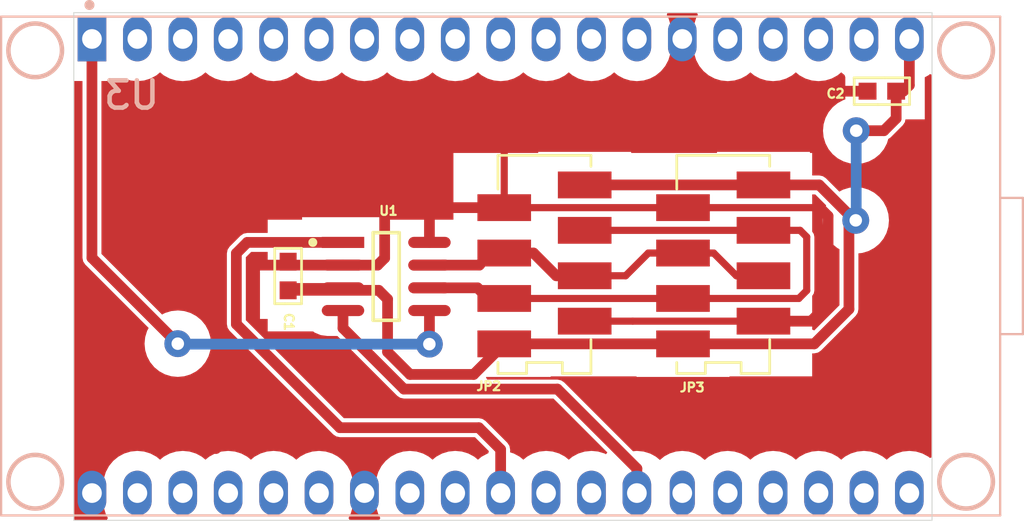
<source format=kicad_pcb>
(kicad_pcb (version 20211014) (generator pcbnew)
  (layers (0 "F.Cu" signal "Top Layer") (31 "B.Cu" signal "Bottom Layer") (34 "B.Paste" user "Bottom Paste") (35 "F.Paste" user "Top Paste") (36 "B.SilkS" user "Bottom Overlay") (37 "F.SilkS" user "Top Overlay") (38 "B.Mask" user "Bottom Solder") (39 "F.Mask" user "Top Solder") (44 "Edge.Cuts" user))
  (property "DOCUMENTNUMBER" "V0")
  (property "PAGESETUP" "Record=PageOptions¦CenterHorizontal=True¦CenterVertical=True¦PrintScale=0.91¦XCorrection=1.00¦YCorrection=1.00¦PrintKind=1¦BorderSize=5000000¦LeftOffset=0¦BottomOffset=0¦Orientation=2¦PaperLength=1000¦PaperWidth=1000¦Scale=100¦PaperSource=7¦PrintQuality=-3¦MediaType=1¦DitherType=10¦PrintScaleMode=1¦PaperKind=Letter¦PaperIndex=1")
  (property "PROJECT" "CaptCouleur")
  (property "SHEETTOTAL" "1")
  (net 0 "")
  (net 1 "+3,3")
  (net 2 "CAN_H")
  (net 3 "CAN_L")
  (net 4 "E5V")
  (net 5 "GND")
  (net 6 "RX CAN")
  (net 7 "TX CAN")
  (footprint "C:_ProgramData_Altium_Altium Designer {91CCA5E7-F8A9-4A8E-AA86-1D88F44FA42C}_VaultsFileCache_B7D15EC3-160A-466F-A46C-7801FE6295A7_FB88017A-93AF-48E0-A4ED-AC0901C9B691_Released_FP-C04-057-SN-IPC_A.PcbLib_FP-C04-057-SN-IPC_A" (layer "F.Cu") (at 141.9733 105.5624)
    (fp_text reference "U1" (at -0.4572 -3.3782 unlocked) (layer "F.SilkS") (effects (font (size 0.5 0.5)) (justify left bottom)))
    (fp_text value "MCP2562FDT-E/SN" hide)
    (fp_line (start 0.728998 2.45) (end 0.728998 -2.45) (layer "F.SilkS") (width 0.2))
    (fp_line (start -0.728998 -2.45) (end 0.728998 -2.45) (layer "F.SilkS") (width 0.2))
    (fp_line (start -0.728998 2.45) (end 0.728998 2.45) (layer "F.SilkS") (width 0.2))
    (fp_line (start -0.728998 2.45) (end -0.728998 -2.45) (layer "F.SilkS") (width 0.2))
    (fp_circle (center -4.106065 -1.905) (end -4.106065 -2.03) (layer "F.SilkS") (width 0.25) (fill none))
    (pad "1" smd rect (at -2.417531 -1.905) (size 2.377069 0.622132) (layers "F.Cu" "F.Paste" "F.Mask") (net 7 "TX CAN"))
    (pad "2" smd roundrect (at -2.417531 -0.635) (size 2.377069 0.622132) (layers "F.Cu" "F.Paste" "F.Mask") (roundrect_rratio 0.5) (net 5 "GND"))
    (pad "3" smd roundrect (at -2.417531 0.635) (size 2.377069 0.622132) (layers "F.Cu" "F.Paste" "F.Mask") (roundrect_rratio 0.5) (net 4 "E5V"))
    (pad "4" smd roundrect (at -2.417531 1.905) (size 2.377069 0.622132) (layers "F.Cu" "F.Paste" "F.Mask") (roundrect_rratio 0.5) (net 6 "RX CAN"))
    (pad "5" smd roundrect (at 2.417531 1.905) (size 2.377069 0.622132) (layers "F.Cu" "F.Paste" "F.Mask") (roundrect_rratio 0.5) (net 1 "+3,3"))
    (pad "6" smd roundrect (at 2.417531 0.635) (size 2.377069 0.622132) (layers "F.Cu" "F.Paste" "F.Mask") (roundrect_rratio 0.5) (net 3 "CAN_L"))
    (pad "7" smd roundrect (at 2.417531 -0.635) (size 2.377069 0.622132) (layers "F.Cu" "F.Paste" "F.Mask") (roundrect_rratio 0.5) (net 2 "CAN_H"))
    (pad "8" smd roundrect (at 2.417531 -1.905) (size 2.377069 0.622132) (layers "F.Cu" "F.Paste" "F.Mask") (roundrect_rratio 0.5) (net 5 "GND"))
  )
  (footprint "micromatch 8P.PcbLib:MM 8 CMS F" (layer "F.Cu") (at 148.574704 109.332608 -90)
    (fp_text reference "JP2" (at 2.655992 1.623004 unlocked) (layer "F.SilkS") (effects (font (size 0.5 0.5)) (justify left bottom)))
    (fp_text value "Micromatch 8" hide)
    (fp_line (start 1.0414 -1.25) (end 1.0414 -3.250001) (layer "F.SilkS") (width 0.1524))
    (fp_line (start 1.655001 -3.250001) (end 1.655001 -4.850001) (layer "F.SilkS") (width 0.1524))
    (fp_line (start -9.9314 -4.850001) (end -10.545 -4.850001) (layer "F.SilkS") (width 0.1524))
    (fp_line (start 1.655001 -1.25) (end 1.0414 -1.25) (layer "F.SilkS") (width 0.1524))
    (fp_line (start -10.545 0.349999) (end -10.545 -4.850001) (layer "F.SilkS") (width 0.1524))
    (fp_line (start 1.655001 -4.850001) (end -0.2286 -4.850001) (layer "F.SilkS") (width 0.1524))
    (fp_line (start 1.655001 0.349999) (end 1.655001 -1.25) (layer "F.SilkS") (width 0.1524))
    (fp_line (start 1.655001 -3.250001) (end 1.0414 -3.250001) (layer "F.SilkS") (width 0.1524))
    (fp_line (start -8.6614 0.349999) (end -10.545 0.349999) (layer "F.SilkS") (width 0.1524))
    (fp_line (start 1.655001 0.349999) (end 1.0414 0.349999) (layer "F.SilkS") (width 0.1524))
    (pad "1" smd rect (at 0 0 270) (size 1.5 3) (layers "F.Cu" "F.Paste" "F.Mask") (net 4 "E5V"))
    (pad "2" smd rect (at -1.27 -4.500001 270) (size 1.5 3) (layers "F.Cu" "F.Paste" "F.Mask") (net 5 "GND"))
    (pad "3" smd rect (at -2.54 0 270) (size 1.5 3) (layers "F.Cu" "F.Paste" "F.Mask") (net 3 "CAN_L"))
    (pad "4" smd rect (at -3.81 -4.500001 270) (size 1.5 3) (layers "F.Cu" "F.Paste" "F.Mask") (net 2 "CAN_H"))
    (pad "5" smd rect (at -5.08 0 270) (size 1.5 3) (layers "F.Cu" "F.Paste" "F.Mask") (net 2 "CAN_H"))
    (pad "6" smd rect (at -6.35 -4.500001 270) (size 1.5 3) (layers "F.Cu" "F.Paste" "F.Mask") (net 3 "CAN_L"))
    (pad "7" smd rect (at -7.62 0 270) (size 1.499997 3) (layers "F.Cu" "F.Paste" "F.Mask") (net 5 "GND"))
    (pad "8" smd rect (at -8.89 -4.500001 270) (size 1.499997 3) (layers "F.Cu" "F.Paste" "F.Mask") (net 4 "E5V"))
  )
  (footprint "Gamel_Trophy_v4re1.IntLib:0603-C" (layer "F.Cu") (at 136.4869 105.537 -90)
    (fp_text reference "C1" (at 1.999999 0.249999 -90 unlocked) (layer "F.SilkS") (effects (font (size 0.5 0.5)) (justify left bottom)))
    (fp_text value "100nF" hide)
    (fp_line (start -0.224991 0.750014) (end -1.550007 0.750014) (layer "F.SilkS") (width 0.1524))
    (fp_line (start 1.550012 0.750014) (end -0.224991 0.750014) (layer "F.SilkS") (width 0.1524))
    (fp_line (start -1.550007 0.750014) (end -1.550007 -0.199997) (layer "F.SilkS") (width 0.1524))
    (fp_line (start 1.550012 -0.750009) (end 0.175009 -0.750009) (layer "F.SilkS") (width 0.1524))
    (fp_line (start -1.550007 -0.199997) (end -1.550007 -0.750009) (layer "F.SilkS") (width 0.1524))
    (fp_line (start 0.175009 -0.750009) (end -1.550007 -0.750009) (layer "F.SilkS") (width 0.1524))
    (fp_line (start 1.550012 0.175009) (end 1.550012 -0.750009) (layer "F.SilkS") (width 0.1524))
    (fp_line (start 1.550012 0.750014) (end 1.550012 0.175009) (layer "F.SilkS") (width 0.1524))
    (pad "1" smd rect (at -0.799996 0.000003 270) (size 1 0.95) (layers "F.Cu" "F.Paste" "F.Mask") (net 5 "GND"))
    (pad "2" smd rect (at 0.800001 0.000003 270) (size 1 0.95) (layers "F.Cu" "F.Paste" "F.Mask") (net 4 "E5V"))
  )
  (footprint "micromatch 8P.PcbLib:MM 8 CMS F" (layer "F.Cu") (at 158.574704 109.332608 -90)
    (fp_text reference "JP3" (at 2.729992 0.250004 unlocked) (layer "F.SilkS") (effects (font (size 0.5 0.5)) (justify left bottom)))
    (fp_text value "Micromatch 8" hide)
    (fp_line (start -10.545 0.349999) (end -10.545 -4.850001) (layer "F.SilkS") (width 0.1524))
    (fp_line (start 1.655001 0.349999) (end 1.655001 -1.25) (layer "F.SilkS") (width 0.1524))
    (fp_line (start 1.655001 -1.25) (end 1.0414 -1.25) (layer "F.SilkS") (width 0.1524))
    (fp_line (start 1.655001 -4.850001) (end -0.2286 -4.850001) (layer "F.SilkS") (width 0.1524))
    (fp_line (start 1.655001 0.349999) (end 1.0414 0.349999) (layer "F.SilkS") (width 0.1524))
    (fp_line (start 1.655001 -3.250002) (end 1.0414 -3.250002) (layer "F.SilkS") (width 0.1524))
    (fp_line (start -9.9314 -4.850001) (end -10.545 -4.850001) (layer "F.SilkS") (width 0.1524))
    (fp_line (start 1.0414 -1.25) (end 1.0414 -3.250002) (layer "F.SilkS") (width 0.1524))
    (fp_line (start 1.655001 -3.250002) (end 1.655001 -4.850001) (layer "F.SilkS") (width 0.1524))
    (fp_line (start -8.6614 0.349999) (end -10.545 0.349999) (layer "F.SilkS") (width 0.1524))
    (pad "1" smd rect (at 0 0 270) (size 1.5 3) (layers "F.Cu" "F.Paste" "F.Mask") (net 4 "E5V"))
    (pad "2" smd rect (at -1.27 -4.500002 270) (size 1.5 3) (layers "F.Cu" "F.Paste" "F.Mask") (net 5 "GND"))
    (pad "3" smd rect (at -2.54 0 270) (size 1.5 3) (layers "F.Cu" "F.Paste" "F.Mask") (net 3 "CAN_L"))
    (pad "4" smd rect (at -3.81 -4.500002 270) (size 1.5 3) (layers "F.Cu" "F.Paste" "F.Mask") (net 2 "CAN_H"))
    (pad "5" smd rect (at -5.08 0 270) (size 1.5 3) (layers "F.Cu" "F.Paste" "F.Mask") (net 2 "CAN_H"))
    (pad "6" smd rect (at -6.35 -4.500002 270) (size 1.5 3) (layers "F.Cu" "F.Paste" "F.Mask") (net 3 "CAN_L"))
    (pad "7" smd rect (at -7.62 0 270) (size 1.499997 3) (layers "F.Cu" "F.Paste" "F.Mask") (net 5 "GND"))
    (pad "8" smd rect (at -8.89 -4.500002 270) (size 1.499997 3) (layers "F.Cu" "F.Paste" "F.Mask") (net 4 "E5V"))
  )
  (footprint "Gamel_Trophy_v4re1.IntLib:0603-C" (layer "F.Cu") (at 169.697296 95.199197)
    (fp_text reference "C2" (at -3.162196 0.431803 unlocked) (layer "F.SilkS") (effects (font (size 0.5 0.5)) (justify left bottom)))
    (fp_text value "100nF" hide)
    (fp_line (start -1.550007 -0.750008) (end 0.175008 -0.750008) (layer "F.SilkS") (width 0.1524))
    (fp_line (start -1.550007 -0.199997) (end -1.550007 -0.750008) (layer "F.SilkS") (width 0.1524))
    (fp_line (start 0.175008 -0.750008) (end 1.550012 -0.750008) (layer "F.SilkS") (width 0.1524))
    (fp_line (start 1.550012 0.750014) (end 1.550012 0.175009) (layer "F.SilkS") (width 0.1524))
    (fp_line (start -0.224991 0.750014) (end 1.550012 0.750014) (layer "F.SilkS") (width 0.1524))
    (fp_line (start -1.550007 0.750014) (end -1.550007 -0.199997) (layer "F.SilkS") (width 0.1524))
    (fp_line (start 1.550012 0.175009) (end 1.550012 -0.750008) (layer "F.SilkS") (width 0.1524))
    (fp_line (start -1.550007 0.750014) (end -0.224991 0.750014) (layer "F.SilkS") (width 0.1524))
    (pad "1" smd rect (at -0.799996 0.000003) (size 1 0.95) (layers "F.Cu" "F.Paste" "F.Mask") (net 5 "GND"))
    (pad "2" smd rect (at 0.800001 0.000003) (size 1 0.95) (layers "F.Cu" "F.Paste" "F.Mask") (net 4 "E5V"))
  )
  (footprint "ESP32-DEVKITC-32D.IntLib:MODULE_ESP32-DEVKITC-32D" (layer "B.Cu") (at 171.2341 92.2782 -90)
    (fp_text reference "U3" (at 4.0386 41.8084 unlocked) (layer "B.SilkS") (effects (font (size 1.524 1.524) (thickness 0.254)) (justify left bottom mirror)))
    (fp_text value "ESP32-DEVKITC-32D" hide)
    (fp_line (start 26.65 -5.08) (end -1.25 -5.08) (layer "B.SilkS") (width 0.127))
    (fp_line (start -1.25 50.8) (end -1.25 -5.08) (layer "B.SilkS") (width 0.127))
    (fp_line (start 16.51 -6.35) (end 8.89 -6.35) (layer "B.SilkS") (width 0.127))
    (fp_line (start 16.51 -5.08) (end 16.51 -6.35) (layer "B.SilkS") (width 0.127))
    (fp_line (start 26.65 50.8) (end -1.25 50.8) (layer "B.SilkS") (width 0.127))
    (fp_line (start 8.89 -5.08) (end 8.89 -6.35) (layer "B.SilkS") (width 0.127))
    (fp_line (start 26.65 50.8) (end 26.65 -5.08) (layer "B.SilkS") (width 0.127))
    (fp_circle (center 0.635 -3.175) (end -0.865 -3.175) (layer "B.SilkS") (width 0.254) (fill none))
    (fp_circle (center -1.899999 45.86) (end -2.039999 45.86) (layer "B.SilkS") (width 0.28) (fill none))
    (fp_circle (center 24.765 -3.175) (end 23.265 -3.175) (layer "B.SilkS") (width 0.254) (fill none))
    (fp_circle (center 0.635 48.895) (end -0.865 48.895) (layer "B.SilkS") (width 0.254) (fill none))
    (fp_circle (center 24.765 48.895) (end 23.265 48.895) (layer "B.SilkS") (width 0.254) (fill none))
    (pad "1" thru_hole rect (at 0 45.72 270) (size 2.5 1.6) (drill 1.1) (layers *.Cu *.Mask) (net 1 "+3,3"))
    (pad "2" thru_hole oval (at 0 43.18 270) (size 2.5 1.6) (drill 1.1) (layers *.Cu *.Mask))
    (pad "3" thru_hole oval (at 0 40.64 270) (size 2.5 1.6) (drill 1.1) (layers *.Cu *.Mask))
    (pad "4" thru_hole oval (at 0 38.1 270) (size 2.5 1.6) (drill 1.1) (layers *.Cu *.Mask))
    (pad "5" thru_hole oval (at 0 35.56 270) (size 2.5 1.6) (drill 1.1) (layers *.Cu *.Mask))
    (pad "6" thru_hole oval (at 0 33.02 270) (size 2.5 1.6) (drill 1.1) (layers *.Cu *.Mask))
    (pad "7" thru_hole oval (at 0 30.48 270) (size 2.5 1.6) (drill 1.1) (layers *.Cu *.Mask))
    (pad "8" thru_hole oval (at 0 27.94 270) (size 2.5 1.6) (drill 1.1) (layers *.Cu *.Mask))
    (pad "9" thru_hole oval (at 0 25.4 270) (size 2.5 1.6) (drill 1.1) (layers *.Cu *.Mask))
    (pad "10" thru_hole oval (at 0 22.86 270) (size 2.5 1.6) (drill 1.1) (layers *.Cu *.Mask))
    (pad "11" thru_hole oval (at 0 20.32 270) (size 2.5 1.6) (drill 1.1) (layers *.Cu *.Mask))
    (pad "12" thru_hole oval (at 0 17.78 270) (size 2.5 1.6) (drill 1.1) (layers *.Cu *.Mask))
    (pad "13" thru_hole oval (at 0 15.24 270) (size 2.5 1.6) (drill 1.1) (layers *.Cu *.Mask))
    (pad "14" thru_hole oval (at 0 12.7 270) (size 2.5 1.6) (drill 1.1) (layers *.Cu *.Mask) (net 5 "GND"))
    (pad "15" thru_hole oval (at 0 10.16 270) (size 2.5 1.6) (drill 1.1) (layers *.Cu *.Mask))
    (pad "16" thru_hole oval (at 0 7.62 270) (size 2.5 1.6) (drill 1.1) (layers *.Cu *.Mask))
    (pad "17" thru_hole oval (at 0 5.08 270) (size 2.5 1.6) (drill 1.1) (layers *.Cu *.Mask))
    (pad "18" thru_hole oval (at 0 2.54 270) (size 2.5 1.6) (drill 1.1) (layers *.Cu *.Mask))
    (pad "19" thru_hole oval (at 0 0 270) (size 2.5 1.6) (drill 1.1) (layers *.Cu *.Mask) (net 4 "E5V"))
    (pad "20" thru_hole oval (at 25.4 45.72 270) (size 2.5 1.6) (drill 1.1) (layers *.Cu *.Mask) (net 5 "GND"))
    (pad "21" thru_hole oval (at 25.4 43.18 270) (size 2.5 1.6) (drill 1.1) (layers *.Cu *.Mask))
    (pad "22" thru_hole oval (at 25.4 40.64 270) (size 2.5 1.6) (drill 1.1) (layers *.Cu *.Mask))
    (pad "23" thru_hole oval (at 25.4 38.1 270) (size 2.5 1.6) (drill 1.1) (layers *.Cu *.Mask))
    (pad "24" thru_hole oval (at 25.4 35.56 270) (size 2.5 1.6) (drill 1.1) (layers *.Cu *.Mask))
    (pad "25" thru_hole oval (at 25.4 33.02 270) (size 2.5 1.6) (drill 1.1) (layers *.Cu *.Mask))
    (pad "26" thru_hole oval (at 25.4 30.48 270) (size 2.5 1.6) (drill 1.1) (layers *.Cu *.Mask) (net 5 "GND"))
    (pad "27" thru_hole oval (at 25.4 27.94 270) (size 2.5 1.6) (drill 1.1) (layers *.Cu *.Mask))
    (pad "28" thru_hole oval (at 25.4 25.4 270) (size 2.5 1.6) (drill 1.1) (layers *.Cu *.Mask))
    (pad "29" thru_hole oval (at 25.4 22.86 270) (size 2.5 1.6) (drill 1.1) (layers *.Cu *.Mask) (net 7 "TX CAN"))
    (pad "30" thru_hole oval (at 25.4 20.32 270) (size 2.5 1.6) (drill 1.1) (layers *.Cu *.Mask))
    (pad "31" thru_hole oval (at 25.4 17.78 270) (size 2.5 1.6) (drill 1.1) (layers *.Cu *.Mask))
    (pad "32" thru_hole oval (at 25.4 15.24 270) (size 2.5 1.6) (drill 1.1) (layers *.Cu *.Mask) (net 6 "RX CAN"))
    (pad "33" thru_hole oval (at 25.4 12.7 270) (size 2.5 1.4) (drill 1.1) (layers *.Cu *.Mask))
    (pad "34" thru_hole oval (at 25.4 10.16 270) (size 2.5 1.6) (drill 1.1) (layers *.Cu *.Mask))
    (pad "35" thru_hole oval (at 25.4 7.62 270) (size 2.5 1.6) (drill 1.1) (layers *.Cu *.Mask))
    (pad "36" thru_hole oval (at 25.4 5.08 270) (size 2.5 1.6) (drill 1.1) (layers *.Cu *.Mask))
    (pad "37" thru_hole oval (at 25.4 2.54 270) (size 2.5 1.6) (drill 1.1) (layers *.Cu *.Mask))
    (pad "38" thru_hole oval (at 25.4 0 270) (size 2.5 1.6) (drill 1.1) (layers *.Cu *.Mask))
  )
  (gr_line (start 124.4981 90.805) (end 172.5041 90.805) (layer "Edge.Cuts") (width 0.05))
  (gr_line (start 124.4981 119.2022) (end 124.4981 90.805) (layer "Edge.Cuts") (width 0.05))
  (gr_line (start 172.5041 90.805) (end 172.5041 119.2022) (layer "Edge.Cuts") (width 0.05))
  (gr_line (start 172.5041 119.2022) (end 124.4981 119.2022) (layer "Edge.Cuts") (width 0.05))
  (segment (start 144.3863 109.347) (end 144.390831 109.342469) (width 0.6) (layer "F.Cu") (net 1))
  (segment (start 125.5141 104.521) (end 125.5141 92.4052) (width 0.6) (layer "F.Cu") (net 1))
  (segment (start 125.5141 104.521) (end 130.3147 109.3216) (width 0.6) (layer "F.Cu") (net 1))
  (segment (start 144.390831 109.342469) (end 144.390831 107.4674) (width 0.6) (layer "F.Cu") (net 1))
  (via (at 144.3863 109.347) (size 1.5) (drill 0.7) (layers "F.Cu" "B.Cu") (net 1))
  (via (at 130.3147 109.3216) (size 1.5) (drill 0.7) (layers "F.Cu" "B.Cu") (net 1))
  (segment (start 130.3401 109.347) (end 144.3863 109.347) (width 0.6) (layer "B.Cu") (net 1))
  (segment (start 130.3147 109.3216) (end 130.3401 109.347) (width 0.6) (layer "B.Cu") (net 1))
  (segment (start 148.574689 104.252608) (end 150.214706 104.252608) (width 0.6) (layer "F.Cu") (net 2))
  (segment (start 147.574 104.5337) (end 148.293597 104.5337) (width 0.4) (layer "F.Cu") (net 2))
  (segment (start 147.1803 104.9274) (end 147.2311 104.8766) (width 0.6) (layer "F.Cu") (net 2))
  (segment (start 153.074705 105.522608) (end 155.364703 105.522608) (width 0.4) (layer "F.Cu") (net 2))
  (segment (start 151.484706 105.522608) (end 153.074705 105.522608) (width 0.6) (layer "F.Cu") (net 2))
  (segment (start 147.2311 104.8766) (end 147.574 104.5337) (width 0.4) (layer "F.Cu") (net 2))
  (segment (start 161.559707 105.522608) (end 163.074706 105.522608) (width 0.4) (layer "F.Cu") (net 2))
  (segment (start 145.1483 104.9274) (end 147.1803 104.9274) (width 0.6) (layer "F.Cu") (net 2))
  (segment (start 150.214706 104.252608) (end 151.484706 105.522608) (width 0.6) (layer "F.Cu") (net 2))
  (segment (start 156.634703 104.252608) (end 158.574704 104.252608) (width 0.4) (layer "F.Cu") (net 2))
  (segment (start 158.574704 104.252608) (end 160.289707 104.252608) (width 0.4) (layer "F.Cu") (net 2))
  (segment (start 148.293597 104.5337) (end 148.574689 104.252608) (width 0.4) (layer "F.Cu") (net 2))
  (segment (start 155.364703 105.522608) (end 156.634703 104.252608) (width 0.4) (layer "F.Cu") (net 2))
  (segment (start 160.289707 104.252608) (end 161.559707 105.522608) (width 0.4) (layer "F.Cu") (net 2))
  (segment (start 165.050892 106.792608) (end 165.4937 106.3498) (width 0.4) (layer "F.Cu") (net 3))
  (segment (start 165.4937 106.3498) (end 165.4937 103.3526) (width 0.4) (layer "F.Cu") (net 3))
  (segment (start 147.3835 106.5022) (end 148.284296 106.5022) (width 0.4) (layer "F.Cu") (net 3))
  (segment (start 147.0787 106.1974) (end 147.3835 106.5022) (width 0.6) (layer "F.Cu") (net 3))
  (segment (start 153.074705 102.982608) (end 163.074706 102.982608) (width 0.4) (layer "F.Cu") (net 3))
  (segment (start 148.284296 106.5022) (end 148.574704 106.792608) (width 0.4) (layer "F.Cu") (net 3))
  (segment (start 163.074706 102.982608) (end 165.123708 102.982608) (width 0.4) (layer "F.Cu") (net 3))
  (segment (start 165.123708 102.982608) (end 165.4937 103.3526) (width 0.4) (layer "F.Cu") (net 3))
  (segment (start 158.574704 106.792608) (end 165.050892 106.792608) (width 0.4) (layer "F.Cu") (net 3))
  (segment (start 148.8447 106.5326) (end 148.8447 106.2826) (width 0.4) (layer "F.Cu") (net 3))
  (segment (start 148.574704 106.792608) (end 158.574704 106.792608) (width 0.4) (layer "F.Cu") (net 3))
  (segment (start 145.1483 106.1974) (end 147.0787 106.1974) (width 0.6) (layer "F.Cu") (net 3))
  (segment (start 136.486897 106.337001) (end 136.591904 106.231995) (width 0.6) (layer "F.Cu") (net 4))
  (segment (start 146.865711 111.041602) (end 148.574704 109.332608) (width 0.6) (layer "F.Cu") (net 4))
  (segment (start 153.074705 100.442608) (end 163.074706 100.442608) (width 0.6) (layer "F.Cu") (net 4))
  (segment (start 148.574704 109.332608) (end 158.574704 109.332608) (width 0.6) (layer "F.Cu") (net 4))
  (segment (start 170.900517 95.1992) (end 171.2341 94.865617) (width 0.6) (layer "F.Cu") (net 4))
  (segment (start 152.955048 100.322951) (end 153.074705 100.442608) (width 0.6) (layer "F.Cu") (net 4))
  (segment (start 167.8559 107.3912) (end 167.8559 102.108) (width 0.6) (layer "F.Cu") (net 4))
  (segment (start 143.303554 111.041602) (end 146.865711 111.041602) (width 0.6) (layer "F.Cu") (net 4))
  (segment (start 165.914492 109.332608) (end 167.8559 107.3912) (width 0.6) (layer "F.Cu") (net 4))
  (segment (start 163.074706 100.442608) (end 166.190508 100.442608) (width 0.6) (layer "F.Cu") (net 4))
  (segment (start 142.0495 109.787548) (end 142.0495 106.8324) (width 0.6) (layer "F.Cu") (net 4))
  (segment (start 169.8117 97.409) (end 170.497297 96.723403) (width 0.6) (layer "F.Cu") (net 4))
  (segment (start 171.2341 94.865617) (end 171.2341 92.2782) (width 0.6) (layer "F.Cu") (net 4))
  (segment (start 166.190508 100.442608) (end 167.8559 102.108) (width 0.6) (layer "F.Cu") (net 4))
  (segment (start 136.486897 106.337001) (end 141.554101 106.337001) (width 0.6) (layer "F.Cu") (net 4))
  (segment (start 142.0495 109.787548) (end 143.303554 111.041602) (width 0.6) (layer "F.Cu") (net 4))
  (segment (start 168.2623 97.409) (end 169.8117 97.409) (width 0.6) (layer "F.Cu") (net 4))
  (segment (start 170.497297 96.723403) (end 170.497297 95.1992) (width 0.6) (layer "F.Cu") (net 4))
  (segment (start 136.591904 106.231995) (end 138.909755 106.231995) (width 0.6) (layer "F.Cu") (net 4))
  (segment (start 170.497297 95.1992) (end 170.900517 95.1992) (width 0.6) (layer "F.Cu") (net 4))
  (segment (start 141.554101 106.337001) (end 142.0495 106.8324) (width 0.6) (layer "F.Cu") (net 4))
  (segment (start 158.574704 109.332608) (end 165.914492 109.332608) (width 0.6) (layer "F.Cu") (net 4))
  (via (at 168.2369 102.423808) (size 1.5) (drill 0.7) (layers "F.Cu" "B.Cu") (net 4))
  (via (at 168.2623 97.409) (size 1.5) (drill 0.7) (layers "F.Cu" "B.Cu") (net 4))
  (segment (start 168.2369 102.423808) (end 168.2623 102.398408) (width 0.6) (layer "B.Cu") (net 4))
  (segment (start 168.2623 102.398408) (end 168.2623 97.409) (width 0.6) (layer "B.Cu") (net 4))
  (segment (start 139.4333 114.9096) (end 140.7541 116.2304) (width 0.6) (layer "F.Cu") (net 5))
  (segment (start 125.5141 117.6782) (end 125.5141 114.9096) (width 0.4) (layer "F.Cu") (net 5))
  (segment (start 158.5341 95.4278) (end 158.5341 95.0722) (width 0.4) (layer "F.Cu") (net 5))
  (segment (start 132.4483 115.189) (end 132.4483 114.9096) (width 0.6) (layer "F.Cu") (net 5))
  (segment (start 166.215908 101.712608) (end 166.6875 102.1842) (width 0.6) (layer "F.Cu") (net 5))
  (segment (start 148.574704 101.712608) (end 158.574704 101.712608) (width 0.4) (layer "F.Cu") (net 5))
  (segment (start 158.6611 95.1992) (end 168.8973 95.1992) (width 0.6) (layer "F.Cu") (net 5))
  (segment (start 144.390831 101.712608) (end 144.390831 101.6762) (width 0.4) (layer "F.Cu") (net 5))
  (segment (start 163.074706 108.062608) (end 165.736692 108.062608) (width 0.6) (layer "F.Cu") (net 5))
  (segment (start 134.8359 104.9274) (end 139.555769 104.9274) (width 0.6) (layer "F.Cu") (net 5))
  (segment (start 166.6875 107.1118) (end 166.6875 102.1842) (width 0.6) (layer "F.Cu") (net 5))
  (segment (start 158.5341 95.0722) (end 158.6611 95.1992) (width 0.4) (layer "F.Cu") (net 5))
  (segment (start 156.3497 97.6122) (end 158.5341 95.4278) (width 0.4) (layer "F.Cu") (net 5))
  (segment (start 141.444502 101.6762) (end 141.480911 101.712608) (width 0.4) (layer "F.Cu") (net 5))
  (segment (start 148.574704 97.716396) (end 148.6789 97.6122) (width 0.4) (layer "F.Cu") (net 5))
  (segment (start 165.736692 108.062608) (end 166.6875 107.1118) (width 0.6) (layer "F.Cu") (net 5))
  (segment (start 141.4907 104.9274) (end 141.8867 104.531399) (width 0.6) (layer "F.Cu") (net 5))
  (segment (start 158.574704 101.712608) (end 166.215908 101.712608) (width 0.4) (layer "F.Cu") (net 5))
  (segment (start 153.074705 108.062608) (end 155.7497 108.062608) (width 0.4) (layer "F.Cu") (net 5))
  (segment (start 132.4483 114.9096) (end 132.4483 102.3366) (width 0.6) (layer "F.Cu") (net 5))
  (segment (start 148.574704 101.712608) (end 148.574704 97.716396) (width 0.4) (layer "F.Cu") (net 5))
  (segment (start 158.5341 95.0722) (end 158.5341 92.2782) (width 0.4) (layer "F.Cu") (net 5))
  (segment (start 141.480911 101.712608) (end 144.390831 101.712608) (width 0.4) (layer "F.Cu") (net 5))
  (segment (start 132.4483 102.3366) (end 133.1087 101.6762) (width 0.4) (layer "F.Cu") (net 5))
  (segment (start 148.6789 97.6122) (end 156.3497 97.6122) (width 0.4) (layer "F.Cu") (net 5))
  (segment (start 141.480911 101.712608) (end 141.8867 102.118399) (width 0.4) (layer "F.Cu") (net 5))
  (segment (start 155.7747 108.062608) (end 163.074706 108.062608) (width 0.4) (layer "F.Cu") (net 5))
  (segment (start 141.8867 104.531399) (end 141.8867 102.118399) (width 0.6) (layer "F.Cu") (net 5))
  (segment (start 140.7541 117.6782) (end 140.7541 116.2304) (width 0.4) (layer "F.Cu") (net 5))
  (segment (start 139.555769 104.9274) (end 141.4907 104.9274) (width 0.6) (layer "F.Cu") (net 5))
  (segment (start 144.390831 101.712608) (end 148.574704 101.712608) (width 0.6) (layer "F.Cu") (net 5))
  (segment (start 133.1087 101.6762) (end 141.444502 101.6762) (width 0.4) (layer "F.Cu") (net 5))
  (segment (start 144.390831 103.6574) (end 144.390831 101.712608) (width 0.6) (layer "F.Cu") (net 5))
  (segment (start 132.4483 114.9096) (end 139.4333 114.9096) (width 0.6) (layer "F.Cu") (net 5))
  (segment (start 125.5141 114.9096) (end 132.4483 114.9096) (width 0.6) (layer "F.Cu") (net 5))
  (segment (start 139.555769 108.453469) (end 139.555769 107.4674) (width 0.6) (layer "F.Cu") (net 6))
  (segment (start 151.5491 111.8616) (end 155.9941 116.3066) (width 0.6) (layer "F.Cu") (net 6))
  (segment (start 155.9941 117.6782) (end 155.9941 116.3066) (width 0.6) (layer "F.Cu") (net 6))
  (segment (start 139.555769 108.453469) (end 142.9639 111.8616) (width 0.6) (layer "F.Cu") (net 6))
  (segment (start 142.9639 111.8616) (end 151.5491 111.8616) (width 0.6) (layer "F.Cu") (net 6))
  (segment (start 133.5913 104.267) (end 134.2009 103.6574) (width 0.6) (layer "F.Cu") (net 7))
  (segment (start 133.5913 108.2294) (end 139.3825 114.0206) (width 0.6) (layer "F.Cu") (net 7))
  (segment (start 133.5913 108.2294) (end 133.5913 104.267) (width 0.6) (layer "F.Cu") (net 7))
  (segment (start 148.3741 117.6782) (end 148.3741 115.2398) (width 0.6) (layer "F.Cu") (net 7))
  (segment (start 134.2009 103.6574) (end 139.555769 103.6574) (width 0.6) (layer "F.Cu") (net 7))
  (segment (start 139.3825 114.0206) (end 147.1549 114.0206) (width 0.6) (layer "F.Cu") (net 7))
  (segment (start 147.1549 114.0206) (end 148.3741 115.2398) (width 0.6) (layer "F.Cu") (net 7))
  (zone (net 0) (net_name "") (layer "F.Cu") (connect_pads (clearance 0)) (min_thickness 0.254)
    (keepout (tracks allowed) (vias allowed) (pads allowed) (copperpour not_allowed) (footprints allowed))
    (fill (thermal_gap 0.508) (thermal_bridge_width 0.508))
    (polygon (pts (xy 145.7325 98.6536) (xy 145.7325 111.1504) (xy 165.7985 111.1504) (xy 165.7985 98.6536)))
  )
  (zone (net 0) (net_name "") (layer "F.Cu") (connect_pads (clearance 0)) (min_thickness 0.254)
    (keepout (tracks allowed) (vias allowed) (pads allowed) (copperpour not_allowed) (footprints allowed))
    (fill (thermal_gap 0.508) (thermal_bridge_width 0.508))
    (polygon (pts (xy 167.6527 94.4118) (xy 167.6527 95.9866) (xy 171.5389 95.9866) (xy 171.5389 94.4118)))
  )
  (zone (net 0) (net_name "") (layer "F.Cu") (connect_pads (clearance 0)) (min_thickness 0.254)
    (keepout (tracks allowed) (vias allowed) (pads allowed) (copperpour not_allowed) (footprints allowed))
    (fill (thermal_gap 0.508) (thermal_bridge_width 0.508))
    (polygon (pts (xy 135.3439 102.3874) (xy 135.3439 108.6358) (xy 146.5961 108.6358) (xy 146.5961 102.3874)))
  )
  (zone (net 5) (net_name "GND") (layer "F.Cu") (connect_pads yes (clearance 0.508)) (min_thickness 0.254) (fill yes (thermal_gap 0.2) (thermal_bridge_width 0.254))
    (polygon (pts (xy 124.4981 119.2022) (xy 124.4981 90.805) (xy 172.5041 90.805) (xy 172.5041 119.2022)))
  )
)
</source>
